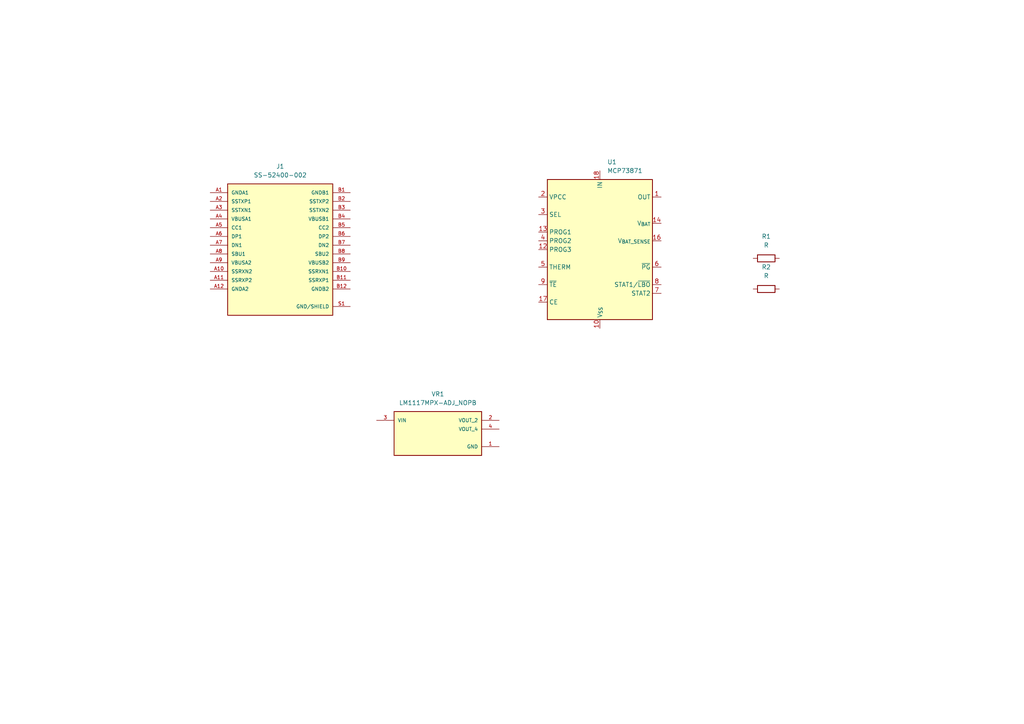
<source format=kicad_sch>
(kicad_sch (version 20250114) (generator "eeschema") (generator_version "9.0")
  (paper "A4")
  (lib_symbols
    (symbol "Battery_Management:MCP73871"
      (property "Reference" "U" (at -7.62 24.13 0))
      (property "Value" "MCP73871" (at -15.24 21.59 0))
      (symbol "MCP73871_0_1"
        (rectangle (start -15.24 20.32) (end 15.24 -20.32) (stroke (width 0.254)) (fill (type background)))
      )
      (symbol "MCP73871_1_1"
        (pin input line (at -17.78 15.24 0) (length 2.54) (name "VPCC") (number "2"))
        (pin input line (at -17.78 10.16 0) (length 2.54) (name "SEL") (number "3"))
        (pin bidirectional line (at -17.78 5.08 0) (length 2.54) (name "PROG1") (number "13"))
        (pin input line (at -17.78 2.54 0) (length 2.54) (name "PROG2") (number "4"))
        (pin bidirectional line (at -17.78 0 0) (length 2.54) (name "PROG3") (number "12"))
        (pin bidirectional line (at -17.78 -5.08 0) (length 2.54) (name "THERM") (number "5"))
        (pin input line (at -17.78 -10.16 0) (length 2.54) (name "~{TE}") (number "9"))
        (pin input line (at -17.78 -15.24 0) (length 2.54) (name "CE") (number "17"))
        (pin power_in line (at 0 22.86 270) (length 2.54) (name "IN") (number "18"))
        (pin passive line (at 0 22.86 270) (length 2.54) (hide yes) (name "IN") (number "19"))
        (pin power_in line (at 0 -22.86 90) (length 2.54) (name "V_{SS}") (number "10"))
        (pin passive line (at 0 -22.86 90) (length 2.54) (hide yes) (name "V_{SS}") (number "11"))
        (pin passive line (at 0 -22.86 90) (length 2.54) (hide yes) (name "V_{SS}") (number "21"))
        (pin power_out line (at 17.78 15.24 180) (length 2.54) (name "OUT") (number "1"))
        (pin passive line (at 17.78 15.24 180) (length 2.54) (hide yes) (name "OUT") (number "20"))
        (pin power_out line (at 17.78 7.62 180) (length 2.54) (name "V_{BAT}") (number "14"))
        (pin passive line (at 17.78 7.62 180) (length 2.54) (hide yes) (name "V_{BAT}") (number "15"))
        (pin input line (at 17.78 2.54 180) (length 2.54) (name "V_{BAT_SENSE}") (number "16"))
        (pin open_collector line (at 17.78 -5.08 180) (length 2.54) (name "~{PG}") (number "6"))
        (pin open_collector line (at 17.78 -10.16 180) (length 2.54) (name "STAT1/~{LBO}") (number "8"))
        (pin open_collector line (at 17.78 -12.7 180) (length 2.54) (name "STAT2") (number "7"))
      )
    )
    (symbol "Device:R" (pin_numbers (hide yes)) (pin_names (offset 0))
      (property "Reference" "R" (at 2.032 0 90))
      (property "Value" "R" (at 0 0 90))
      (symbol "R_0_1"
        (rectangle (start -1.016 -2.54) (end 1.016 2.54) (stroke (width 0.254)))
      )
      (symbol "R_1_1"
        (pin passive line (at 0 3.81 270) (length 1.27) (name "~") (number "1"))
        (pin passive line (at 0 -3.81 90) (length 1.27) (name "~") (number "2"))
      )
    )
    (symbol "ESP32_symbols:SS-52400-002" (pin_names (offset 1.016))
      (property "Reference" "J" (at -15.24 19.05 0))
      (property "Value" "SS-52400-002" (at -15.24 -22.86 0))
      (symbol "SS-52400-002_0_0"
        (rectangle (start -15.24 17.78) (end 15.24 -20.32) (stroke (width 0.254)) (fill (type background)))
        (pin power_in line (at -20.32 15.24 0) (length 5.08) (name "GNDA1") (number "A1"))
        (pin bidirectional line (at -20.32 12.7 0) (length 5.08) (name "SSTXP1") (number "A2"))
        (pin bidirectional line (at -20.32 10.16 0) (length 5.08) (name "SSTXN1") (number "A3"))
        (pin power_in line (at -20.32 7.62 0) (length 5.08) (name "VBUSA1") (number "A4"))
        (pin bidirectional line (at -20.32 5.08 0) (length 5.08) (name "CC1") (number "A5"))
        (pin bidirectional line (at -20.32 2.54 0) (length 5.08) (name "DP1") (number "A6"))
        (pin bidirectional line (at -20.32 0 0) (length 5.08) (name "DN1") (number "A7"))
        (pin bidirectional line (at -20.32 -2.54 0) (length 5.08) (name "SBU1") (number "A8"))
        (pin power_in line (at -20.32 -5.08 0) (length 5.08) (name "VBUSA2") (number "A9"))
        (pin bidirectional line (at -20.32 -7.62 0) (length 5.08) (name "SSRXN2") (number "A10"))
        (pin bidirectional line (at -20.32 -10.16 0) (length 5.08) (name "SSRXP2") (number "A11"))
        (pin power_in line (at -20.32 -12.7 0) (length 5.08) (name "GNDA2") (number "A12"))
        (pin power_in line (at 20.32 15.24 180) (length 5.08) (name "GNDB1") (number "B1"))
        (pin bidirectional line (at 20.32 12.7 180) (length 5.08) (name "SSTXP2") (number "B2"))
        (pin bidirectional line (at 20.32 10.16 180) (length 5.08) (name "SSTXN2") (number "B3"))
        (pin power_in line (at 20.32 7.62 180) (length 5.08) (name "VBUSB1") (number "B4"))
        (pin bidirectional line (at 20.32 5.08 180) (length 5.08) (name "CC2") (number "B5"))
        (pin bidirectional line (at 20.32 2.54 180) (length 5.08) (name "DP2") (number "B6"))
        (pin bidirectional line (at 20.32 0 180) (length 5.08) (name "DN2") (number "B7"))
        (pin bidirectional line (at 20.32 -2.54 180) (length 5.08) (name "SBU2") (number "B8"))
        (pin power_in line (at 20.32 -5.08 180) (length 5.08) (name "VBUSB2") (number "B9"))
        (pin bidirectional line (at 20.32 -7.62 180) (length 5.08) (name "SSRXN1") (number "B10"))
        (pin bidirectional line (at 20.32 -10.16 180) (length 5.08) (name "SSRXP1") (number "B11"))
        (pin power_in line (at 20.32 -12.7 180) (length 5.08) (name "GNDB2") (number "B12"))
        (pin power_in line (at 20.32 -17.78 180) (length 5.08) (name "GND/SHIELD") (number "S1"))
      )
    )
    (symbol "_.ESP32_symbols:LM1117MPX-ADJ_NOPB" (pin_names (offset 1.016))
      (property "Reference" "VR" (at -12.7 6.08 0))
      (property "Value" "LM1117MPX-ADJ_NOPB" (at -12.7 -9.08 0))
      (symbol "LM1117MPX-ADJ_NOPB_0_0"
        (rectangle (start -12.7 -7.62) (end 12.7 5.08) (stroke (width 0.254)) (fill (type background)))
        (pin input line (at -17.78 2.54 0) (length 5.08) (name "VIN") (number "3"))
        (pin output line (at 17.78 2.54 180) (length 5.08) (name "VOUT_2") (number "2"))
        (pin output line (at 17.78 0 180) (length 5.08) (name "VOUT_4") (number "4"))
        (pin power_in line (at 17.78 -5.08 180) (length 5.08) (name "GND") (number "1"))
      )
    )
  )
  (symbol (lib_id "Device:R") (at 222.25 74.93 90) (unit 1)
    (property "Reference" "R1" (at 222.25 68.58 90))
    (property "Value" "R" (at 222.25 71.12 90))
    (property "Description" "Resistor" (effects (hide yes)))
  )
  (symbol (lib_id "Device:R") (at 222.25 83.82 90) (unit 1)
    (property "Reference" "R2" (at 222.25 77.47 90))
    (property "Value" "R" (at 222.25 80.01 90))
    (property "Description" "Resistor" (effects (hide yes)))
  )
  (symbol (lib_id "Battery_Management:MCP73871") (at 173.99 72.39 0) (unit 1)
    (property "Reference" "U1" (at 176.1333 46.99 0) (effects (justify left)))
    (property "Value" "MCP73871" (at 176.1333 49.53 0) (effects (justify left)))
    (property "Footprint" "Package_DFN_QFN:QFN-20-1EP_4x4mm_P0.5mm_EP2.5x2.5mm" (effects (hide yes)))
    (property "Datasheet" "http://www.mouser.com/ds/2/268/22090a-52174.pdf" (effects (hide yes)))
    (property "Description" "Single cell, Li-Ion/Li-Po charge management controller" (effects (hide yes)))
  )
  (symbol (lib_id "ESP32_symbols:SS-52400-002") (at 81.28 71.12 0) (unit 1)
    (property "Reference" "J1" (at 81.28 48.26 0))
    (property "Value" "SS-52400-002" (at 81.28 50.8 0))
    (property "Footprint" "SS-52400-002:BELFUSE_SS-52400-002" (effects (hide yes)))
    (property "MF" "Stewart Connector" (effects (hide yes)))
    (property "MAXIMUM_PACKAGE_HEIGHT" "2.96 mm" (effects (hide yes)))
    (property "Package" "None" (effects (hide yes)))
    (property "Price" "None" (effects (hide yes)))
    (property "Check_prices" "https://www.snapeda.com/parts/SS-52400-002/Stewart+Connector/view-part/?ref=eda" (effects (hide yes)))
    (property "STANDARD" "Manufacturer Recommendations" (effects (hide yes)))
    (property "PARTREV" "A0" (effects (hide yes)))
    (property "SnapEDA_Link" "https://www.snapeda.com/parts/SS-52400-002/Stewart+Connector/view-part/?ref=snap" (effects (hide yes)))
    (property "MP" "SS-52400-002" (effects (hide yes)))
    (property "Description_1" "USB Type-C Connector | USB 3.1 | 1 Port | Right Angle Receptacle | Shielded | 0.039 in (1.00mm) PCB Thickness" (effects (hide yes)))
    (property "Availability" "In Stock" (effects (hide yes)))
    (property "MANUFACTURER" "BelFuse" (effects (hide yes)))
  )
  (symbol (lib_id "_.ESP32_symbols:LM1117MPX-ADJ_NOPB") (at 127 124.46 0) (unit 1)
    (property "Reference" "VR1" (at 127 114.3 0))
    (property "Value" "LM1117MPX-ADJ_NOPB" (at 127 116.84 0))
    (property "Footprint" "LM1117MPX-ADJ_NOPB:VREG_LM1117MPX-ADJ_NOPB" (effects (hide yes)))
    (property "PARTREV" "O" (effects (hide yes)))
    (property "MANUFACTURER" "Texas Instruments" (effects (hide yes)))
    (property "MAXIMUM_PACKAGE_HEIGHT" "1.80 mm" (effects (hide yes)))
    (property "STANDARD" "Manufacturer Recommendation" (effects (hide yes)))
  )
)
</source>
